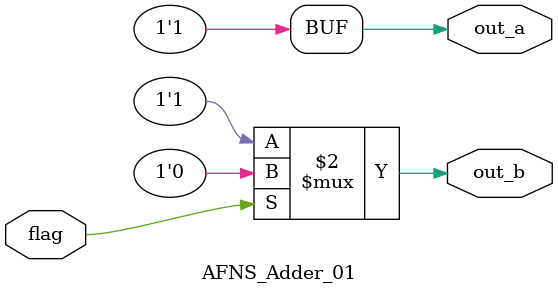
<source format=v>
`timescale 1ns / 1ps
`include "Header_AdaptiveFNS.vh"

module AFNS_Adder_01(
    input wire flag,
    output wire out_a,
    output wire out_b
    );
    
    assign out_a = 1'b1;
    assign out_b = (flag == 1'b0) ? (1'b1) : (1'b0);
    
    
endmodule

</source>
